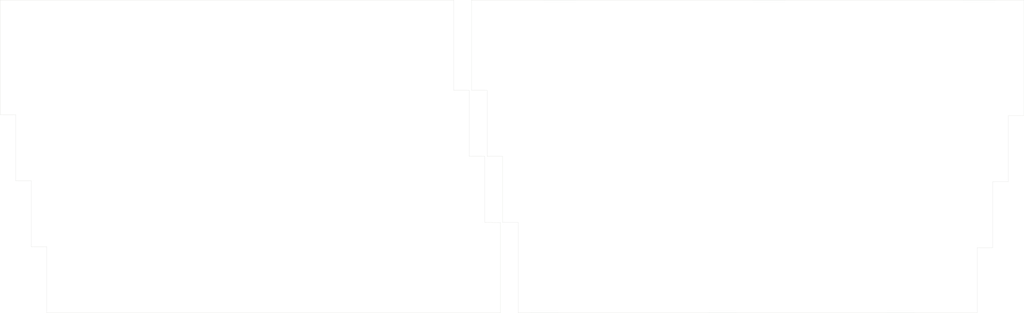
<source format=kicad_pcb>
(kicad_pcb (version 20171130) (host pcbnew "(5.1.5-0-10_14)")

  (general
    (thickness 1.6)
    (drawings 32)
    (tracks 0)
    (zones 0)
    (modules 0)
    (nets 1)
  )

  (page A4)
  (layers
    (0 F.Cu signal)
    (31 B.Cu signal)
    (32 B.Adhes user)
    (33 F.Adhes user)
    (34 B.Paste user)
    (35 F.Paste user)
    (36 B.SilkS user)
    (37 F.SilkS user)
    (38 B.Mask user)
    (39 F.Mask user)
    (40 Dwgs.User user)
    (41 Cmts.User user)
    (42 Eco1.User user)
    (43 Eco2.User user)
    (44 Edge.Cuts user)
    (45 Margin user)
    (46 B.CrtYd user)
    (47 F.CrtYd user)
    (48 B.Fab user)
    (49 F.Fab user)
  )

  (setup
    (last_trace_width 0.25)
    (trace_clearance 0.2)
    (zone_clearance 0.508)
    (zone_45_only no)
    (trace_min 0.2)
    (via_size 0.8)
    (via_drill 0.4)
    (via_min_size 0.4)
    (via_min_drill 0.3)
    (uvia_size 0.3)
    (uvia_drill 0.1)
    (uvias_allowed no)
    (uvia_min_size 0.2)
    (uvia_min_drill 0.1)
    (edge_width 0.05)
    (segment_width 0.2)
    (pcb_text_width 0.3)
    (pcb_text_size 1.5 1.5)
    (mod_edge_width 0.12)
    (mod_text_size 1 1)
    (mod_text_width 0.15)
    (pad_size 1.524 1.524)
    (pad_drill 0.762)
    (pad_to_mask_clearance 0.051)
    (solder_mask_min_width 0.25)
    (aux_axis_origin 0 0)
    (visible_elements FFFFFF7F)
    (pcbplotparams
      (layerselection 0x010fc_ffffffff)
      (usegerberextensions false)
      (usegerberattributes false)
      (usegerberadvancedattributes false)
      (creategerberjobfile false)
      (excludeedgelayer true)
      (linewidth 0.100000)
      (plotframeref false)
      (viasonmask false)
      (mode 1)
      (useauxorigin false)
      (hpglpennumber 1)
      (hpglpenspeed 20)
      (hpglpendiameter 15.000000)
      (psnegative false)
      (psa4output false)
      (plotreference true)
      (plotvalue true)
      (plotinvisibletext false)
      (padsonsilk false)
      (subtractmaskfromsilk false)
      (outputformat 1)
      (mirror false)
      (drillshape 1)
      (scaleselection 1)
      (outputdirectory ""))
  )

  (net 0 "")

  (net_class Default "This is the default net class."
    (clearance 0.2)
    (trace_width 0.25)
    (via_dia 0.8)
    (via_drill 0.4)
    (uvia_dia 0.3)
    (uvia_drill 0.1)
  )

  (gr_line (start 295.375 0.025) (end 136 0) (layer Edge.Cuts) (width 0.05) (tstamp 5EB658AF))
  (gr_line (start 295.375 33.3) (end 295.375 0.025) (layer Edge.Cuts) (width 0.05))
  (gr_line (start 290.875 33.3) (end 295.375 33.3) (layer Edge.Cuts) (width 0.05))
  (gr_line (start 290.875 52.35) (end 290.875 33.3) (layer Edge.Cuts) (width 0.05))
  (gr_line (start 286.375 52.35) (end 290.875 52.35) (layer Edge.Cuts) (width 0.05))
  (gr_line (start 286.375 71.4) (end 286.375 52.35) (layer Edge.Cuts) (width 0.05))
  (gr_line (start 281.875 71.4) (end 286.375 71.4) (layer Edge.Cuts) (width 0.05))
  (gr_line (start 281.85 90.225) (end 281.875 71.4) (layer Edge.Cuts) (width 0.05))
  (gr_line (start 149.45 90.2) (end 281.85 90.225) (layer Edge.Cuts) (width 0.05))
  (gr_line (start 149.45 64.15) (end 149.45 90.2) (layer Edge.Cuts) (width 0.05))
  (gr_line (start 144.95 64.15) (end 149.45 64.15) (layer Edge.Cuts) (width 0.05))
  (gr_line (start 144.95 45.1) (end 144.95 64.15) (layer Edge.Cuts) (width 0.05))
  (gr_line (start 140.5 45.1) (end 144.95 45.1) (layer Edge.Cuts) (width 0.05))
  (gr_line (start 140.5 26.05) (end 140.5 45.1) (layer Edge.Cuts) (width 0.05))
  (gr_line (start 136 26.05) (end 140.5 26.05) (layer Edge.Cuts) (width 0.05))
  (gr_line (start 136 0) (end 136 26.05) (layer Edge.Cuts) (width 0.05))
  (gr_line (start 0 33.075) (end 0 0) (layer Edge.Cuts) (width 0.05))
  (gr_line (start 4.5 33.075) (end 0 33.075) (layer Edge.Cuts) (width 0.05))
  (gr_line (start 4.5 52.125) (end 4.5 33.075) (layer Edge.Cuts) (width 0.05))
  (gr_line (start 9 52.125) (end 4.5 52.125) (layer Edge.Cuts) (width 0.05))
  (gr_line (start 9 71.175) (end 9 52.125) (layer Edge.Cuts) (width 0.05))
  (gr_line (start 13.5 71.175) (end 9 71.175) (layer Edge.Cuts) (width 0.05))
  (gr_line (start 13.5 90.225) (end 13.5 71.175) (layer Edge.Cuts) (width 0.05))
  (gr_line (start 144.35 90.225) (end 13.5 90.225) (layer Edge.Cuts) (width 0.05))
  (gr_line (start 144.35 64.175) (end 144.35 90.225) (layer Edge.Cuts) (width 0.05))
  (gr_line (start 139.85 64.15) (end 144.35 64.175) (layer Edge.Cuts) (width 0.05))
  (gr_line (start 139.85 45.1) (end 139.85 64.15) (layer Edge.Cuts) (width 0.05))
  (gr_line (start 135.35 45.1) (end 139.85 45.1) (layer Edge.Cuts) (width 0.05))
  (gr_line (start 135.35 26.05) (end 135.35 45.1) (layer Edge.Cuts) (width 0.05))
  (gr_line (start 130.85 26.05) (end 135.35 26.05) (layer Edge.Cuts) (width 0.05))
  (gr_line (start 130.85 0) (end 130.85 26.05) (layer Edge.Cuts) (width 0.05))
  (gr_line (start 0 0) (end 130.85 0) (layer Edge.Cuts) (width 0.05))

)

</source>
